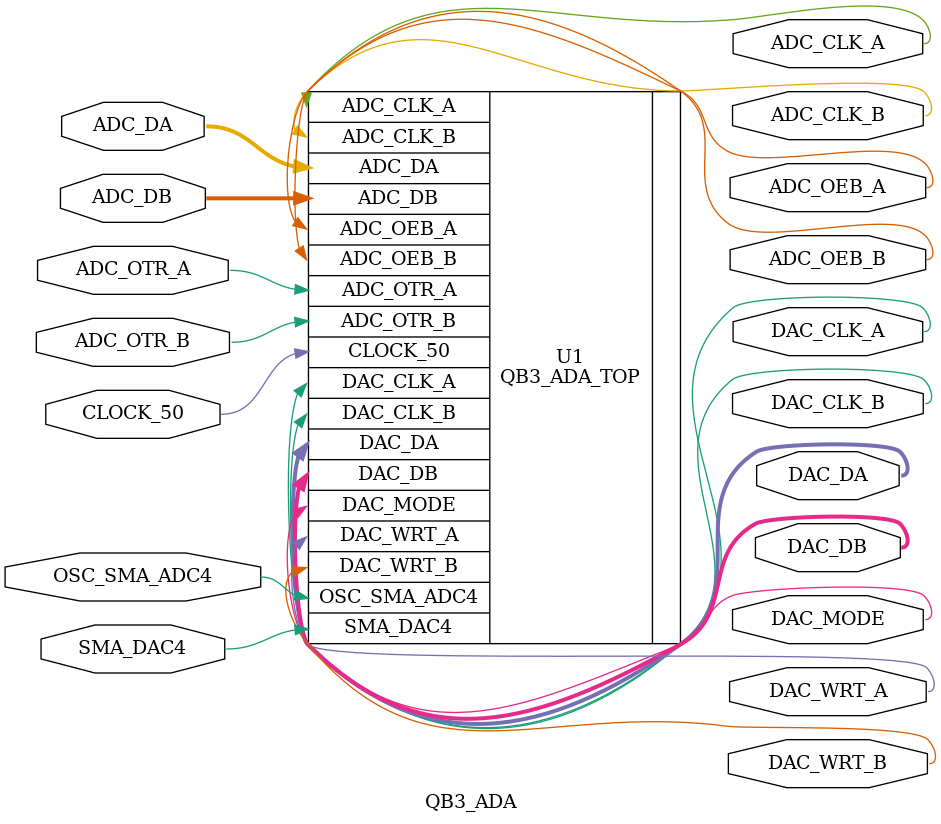
<source format=v>

module QB3_ADA(

	//////// CLOCK //////////
	CLOCK_50,
	//////// HSMC //////////
	ADC_CLK_A,
	ADC_CLK_B,
	ADC_DA,
	ADC_DB,
	ADC_OEB_A,
	ADC_OEB_B,
	ADC_OTR_A,
	ADC_OTR_B,
	DAC_CLK_A,
	DAC_CLK_B,
	DAC_DA,
	DAC_DB,
	DAC_MODE,
	DAC_WRT_A,
	DAC_WRT_B,
	OSC_SMA_ADC4,
	SMA_DAC4 
);

//=======================================================
//  PARAMETER declarations
//=======================================================


//=======================================================
//  PORT declarations
//=======================================================

//////////// CLOCK //////////
input		          		CLOCK_50;

//////////// HSMC //////////
output		          	ADC_CLK_A;
output		          	ADC_CLK_B;
input		    [13:0]		ADC_DA;
input		    [13:0]		ADC_DB;
output		          	ADC_OEB_A;
output		          	ADC_OEB_B;
input		          		ADC_OTR_A;
input		          		ADC_OTR_B;
output		          	DAC_CLK_A;
output		          	DAC_CLK_B;
output		 [13:0]		DAC_DA;
output		 [13:0]		DAC_DB;
output		          	DAC_MODE;
output		          	DAC_WRT_A;
output		          	DAC_WRT_B;
input		          		OSC_SMA_ADC4;
input		          		SMA_DAC4;


QB3_ADA_TOP   U1       (
                        .CLOCK_50	 (CLOCK_50),
                        .ADC_CLK_A	 (ADC_CLK_A),
								.ADC_CLK_B   (ADC_CLK_B),
								.ADC_DA		 (ADC_DA),
								.ADC_DB		 (ADC_DB),
								.ADC_OEB_A	 (ADC_OEB_A),
								.ADC_OEB_B	 (ADC_OEB_B),
								.ADC_OTR_A   (ADC_OTR_A),
								.ADC_OTR_B	 (ADC_OTR_B),
								.DAC_CLK_A	 (DAC_CLK_A),
								.DAC_CLK_B   (DAC_CLK_B),
								.DAC_DA		 (DAC_DA),
								.DAC_DB		 (DAC_DB),
								.DAC_MODE	 (DAC_MODE),
								.DAC_WRT_A	 (DAC_WRT_A),
								.DAC_WRT_B	 (DAC_WRT_B),
								.OSC_SMA_ADC4(OSC_SMA_ADC4),
								.SMA_DAC4    (SMA_DAC4) 
                        );
endmodule
</source>
